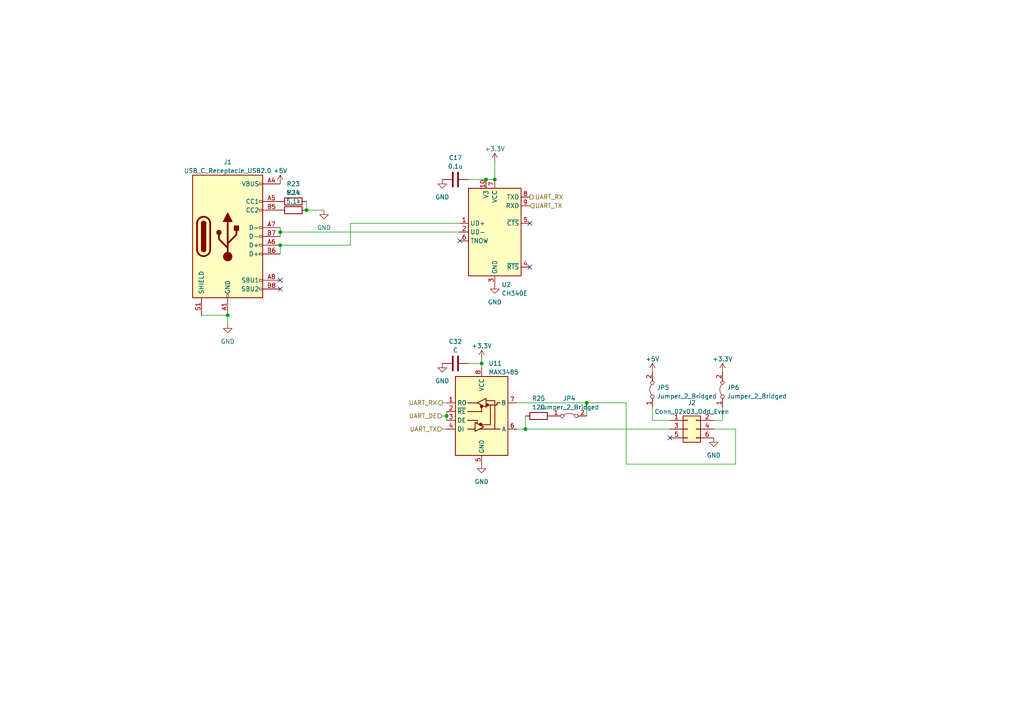
<source format=kicad_sch>
(kicad_sch (version 20230121) (generator eeschema)
  (paper "A4")
  (lib_symbols
    (symbol "Connector:USB_C_Receptacle_USB2.0" (pin_names (offset 1.016))
      (property "Reference" "J" (at -10.16 19.05 0))
      (property "Value" "USB_C_Receptacle_USB2.0" (at 19.05 19.05 0))
      (symbol "USB_C_Receptacle_USB2.0_0_0"
        (rectangle (start -0.254 -17.78) (end 0.254 -16.764))
        (rectangle (start 10.16 -14.986) (end 9.144 -15.494))
        (rectangle (start 10.16 -12.446) (end 9.144 -12.954))
        (rectangle (start 10.16 -4.826) (end 9.144 -5.334))
        (rectangle (start 10.16 -2.286) (end 9.144 -2.794))
        (rectangle (start 10.16 0.254) (end 9.144 -0.254))
        (rectangle (start 10.16 2.794) (end 9.144 2.286))
        (rectangle (start 10.16 7.874) (end 9.144 7.366))
        (rectangle (start 10.16 10.414) (end 9.144 9.906))
        (rectangle (start 10.16 15.494) (end 9.144 14.986))
      )
      (symbol "USB_C_Receptacle_USB2.0_0_1"
        (rectangle (start -10.16 17.78) (end 10.16 -17.78) (stroke (width 0.254)) (fill (type background)))
        (arc (start -8.89 -3.81) (mid -6.985 -5.7067) (end -5.08 -3.81) (stroke (width 0.508)))
        (arc (start -7.62 -3.81) (mid -6.985 -4.4423) (end -6.35 -3.81) (stroke (width 0.254)))
        (arc (start -7.62 -3.81) (mid -6.985 -4.4423) (end -6.35 -3.81) (stroke (width 0.254)) (fill (type outline)))
        (rectangle (start -7.62 -3.81) (end -6.35 3.81) (stroke (width 0.254)) (fill (type outline)))
        (arc (start -6.35 3.81) (mid -6.985 4.4423) (end -7.62 3.81) (stroke (width 0.254)))
        (arc (start -6.35 3.81) (mid -6.985 4.4423) (end -7.62 3.81) (stroke (width 0.254)) (fill (type outline)))
        (arc (start -5.08 3.81) (mid -6.985 5.7067) (end -8.89 3.81) (stroke (width 0.508)))
        (circle (center -2.54 1.143) (radius 0.635) (stroke (width 0.254)) (fill (type outline)))
        (circle (center 0 -5.842) (radius 1.27) (fill (type outline)))
        (polyline (pts (xy -8.89 -3.81) (xy -8.89 3.81)) (stroke (width 0.508)))
        (polyline (pts (xy -5.08 3.81) (xy -5.08 -3.81)) (stroke (width 0.508)))
        (polyline (pts (xy 0 -5.842) (xy 0 4.318)) (stroke (width 0.508)))
        (polyline (pts (xy 0 -3.302) (xy -2.54 -0.762) (xy -2.54 0.508)) (stroke (width 0.508)))
        (polyline (pts (xy 0 -2.032) (xy 2.54 0.508) (xy 2.54 1.778)) (stroke (width 0.508)))
        (polyline (pts (xy -1.27 4.318) (xy 0 6.858) (xy 1.27 4.318) (xy -1.27 4.318)) (stroke (width 0.254)) (fill (type outline)))
        (rectangle (start 1.905 1.778) (end 3.175 3.048) (stroke (width 0.254)) (fill (type outline)))
      )
      (symbol "USB_C_Receptacle_USB2.0_1_1"
        (pin passive line (at 0 -22.86 90) (length 5.08) (name "GND") (number "A1"))
        (pin passive line (at 0 -22.86 90) (length 5.08) hide (name "GND") (number "A12"))
        (pin passive line (at 15.24 15.24 180) (length 5.08) (name "VBUS") (number "A4"))
        (pin bidirectional line (at 15.24 10.16 180) (length 5.08) (name "CC1") (number "A5"))
        (pin bidirectional line (at 15.24 -2.54 180) (length 5.08) (name "D+") (number "A6"))
        (pin bidirectional line (at 15.24 2.54 180) (length 5.08) (name "D-") (number "A7"))
        (pin bidirectional line (at 15.24 -12.7 180) (length 5.08) (name "SBU1") (number "A8"))
        (pin passive line (at 15.24 15.24 180) (length 5.08) hide (name "VBUS") (number "A9"))
        (pin passive line (at 0 -22.86 90) (length 5.08) hide (name "GND") (number "B1"))
        (pin passive line (at 0 -22.86 90) (length 5.08) hide (name "GND") (number "B12"))
        (pin passive line (at 15.24 15.24 180) (length 5.08) hide (name "VBUS") (number "B4"))
        (pin bidirectional line (at 15.24 7.62 180) (length 5.08) (name "CC2") (number "B5"))
        (pin bidirectional line (at 15.24 -5.08 180) (length 5.08) (name "D+") (number "B6"))
        (pin bidirectional line (at 15.24 0 180) (length 5.08) (name "D-") (number "B7"))
        (pin bidirectional line (at 15.24 -15.24 180) (length 5.08) (name "SBU2") (number "B8"))
        (pin passive line (at 15.24 15.24 180) (length 5.08) hide (name "VBUS") (number "B9"))
        (pin passive line (at -7.62 -22.86 90) (length 5.08) (name "SHIELD") (number "S1"))
      )
    )
    (symbol "Connector_Generic:Conn_02x03_Odd_Even" (pin_names (offset 1.016) hide)
      (property "Reference" "J" (at 1.27 5.08 0))
      (property "Value" "Conn_02x03_Odd_Even" (at 1.27 -5.08 0))
      (symbol "Conn_02x03_Odd_Even_1_1"
        (rectangle (start -1.27 -2.413) (end 0 -2.667) (stroke (width 0.1524)))
        (rectangle (start -1.27 0.127) (end 0 -0.127) (stroke (width 0.1524)))
        (rectangle (start -1.27 2.667) (end 0 2.413) (stroke (width 0.1524)))
        (rectangle (start -1.27 3.81) (end 3.81 -3.81) (stroke (width 0.254)) (fill (type background)))
        (rectangle (start 3.81 -2.413) (end 2.54 -2.667) (stroke (width 0.1524)))
        (rectangle (start 3.81 0.127) (end 2.54 -0.127) (stroke (width 0.1524)))
        (rectangle (start 3.81 2.667) (end 2.54 2.413) (stroke (width 0.1524)))
        (pin passive line (at -5.08 2.54 0) (length 3.81) (name "Pin_1") (number "1"))
        (pin passive line (at 7.62 2.54 180) (length 3.81) (name "Pin_2") (number "2"))
        (pin passive line (at -5.08 0 0) (length 3.81) (name "Pin_3") (number "3"))
        (pin passive line (at 7.62 0 180) (length 3.81) (name "Pin_4") (number "4"))
        (pin passive line (at -5.08 -2.54 0) (length 3.81) (name "Pin_5") (number "5"))
        (pin passive line (at 7.62 -2.54 180) (length 3.81) (name "Pin_6") (number "6"))
      )
    )
    (symbol "Device:C" (pin_numbers hide) (pin_names (offset 0.254))
      (property "Reference" "C" (at 0.635 2.54 0))
      (property "Value" "C" (at 0.635 -2.54 0))
      (symbol "C_0_1"
        (polyline (pts (xy -2.032 -0.762) (xy 2.032 -0.762)) (stroke (width 0.508)))
        (polyline (pts (xy -2.032 0.762) (xy 2.032 0.762)) (stroke (width 0.508)))
      )
      (symbol "C_1_1"
        (pin passive line (at 0 3.81 270) (length 2.794) (name "~") (number "1"))
        (pin passive line (at 0 -3.81 90) (length 2.794) (name "~") (number "2"))
      )
    )
    (symbol "Device:R" (pin_numbers hide) (pin_names (offset 0))
      (property "Reference" "R" (at 2.032 0 90))
      (property "Value" "R" (at 0 0 90))
      (symbol "R_0_1"
        (rectangle (start -1.016 -2.54) (end 1.016 2.54) (stroke (width 0.254)))
      )
      (symbol "R_1_1"
        (pin passive line (at 0 3.81 270) (length 1.27) (name "~") (number "1"))
        (pin passive line (at 0 -3.81 90) (length 1.27) (name "~") (number "2"))
      )
    )
    (symbol "Interface_UART:MAX3485"
      (property "Reference" "U" (at -6.096 11.43 0))
      (property "Value" "MAX3485" (at 0.762 11.43 0))
      (symbol "MAX3485_0_1"
        (rectangle (start -7.62 10.16) (end 7.62 -12.7) (stroke (width 0.254)) (fill (type background)))
        (circle (center -0.3048 -3.683) (radius 0.3556) (stroke (width 0.254)) (fill (type outline)))
        (circle (center -0.0254 1.4986) (radius 0.3556) (stroke (width 0.254)) (fill (type outline)))
        (polyline (pts (xy -4.064 -5.08) (xy -1.905 -5.08)) (stroke (width 0.254)))
        (polyline (pts (xy -4.064 2.54) (xy -1.27 2.54)) (stroke (width 0.254)))
        (polyline (pts (xy -1.27 -3.2004) (xy -1.27 -3.4544)) (stroke (width 0.254)))
        (polyline (pts (xy -0.635 -5.08) (xy 5.334 -5.08)) (stroke (width 0.254)))
        (polyline (pts (xy -4.064 -2.54) (xy -1.27 -2.54) (xy -1.27 -3.175)) (stroke (width 0.254)))
        (polyline (pts (xy 0 1.27) (xy 0 0) (xy -4.064 0)) (stroke (width 0.254)))
        (polyline (pts (xy 1.27 3.175) (xy 3.81 3.175) (xy 3.81 -5.08)) (stroke (width 0.254)))
        (polyline (pts (xy 2.54 1.905) (xy 2.54 -3.81) (xy 0 -3.81)) (stroke (width 0.254)))
        (polyline (pts (xy -1.905 -3.175) (xy -1.905 -5.715) (xy 0.635 -4.445) (xy -1.905 -3.175)) (stroke (width 0.254)))
        (polyline (pts (xy -1.27 2.54) (xy 1.27 3.81) (xy 1.27 1.27) (xy -1.27 2.54)) (stroke (width 0.254)))
        (polyline (pts (xy 1.905 1.905) (xy 4.445 1.905) (xy 4.445 2.54) (xy 5.334 2.54)) (stroke (width 0.254)))
        (rectangle (start 1.27 3.175) (end 1.27 3.175))
        (circle (center 1.651 1.905) (radius 0.3556) (stroke (width 0.254)) (fill (type outline)))
      )
      (symbol "MAX3485_1_1"
        (pin output line (at -10.16 2.54 0) (length 2.54) (name "RO") (number "1"))
        (pin input line (at -10.16 0 0) (length 2.54) (name "~{RE}") (number "2"))
        (pin input line (at -10.16 -2.54 0) (length 2.54) (name "DE") (number "3"))
        (pin input line (at -10.16 -5.08 0) (length 2.54) (name "DI") (number "4"))
        (pin power_in line (at 0 -15.24 90) (length 2.54) (name "GND") (number "5"))
        (pin bidirectional line (at 10.16 -5.08 180) (length 2.54) (name "A") (number "6"))
        (pin bidirectional line (at 10.16 2.54 180) (length 2.54) (name "B") (number "7"))
        (pin power_in line (at 0 12.7 270) (length 2.54) (name "VCC") (number "8"))
      )
    )
    (symbol "Interface_USB:CH340E"
      (property "Reference" "U" (at -5.08 13.97 0))
      (property "Value" "CH340E" (at 1.27 13.97 0))
      (symbol "CH340E_0_1"
        (rectangle (start -7.62 12.7) (end 7.62 -12.7) (stroke (width 0.254)) (fill (type background)))
      )
      (symbol "CH340E_1_1"
        (pin bidirectional line (at -10.16 2.54 0) (length 2.54) (name "UD+") (number "1"))
        (pin passive line (at -2.54 15.24 270) (length 2.54) (name "V3") (number "10"))
        (pin bidirectional line (at -10.16 0 0) (length 2.54) (name "UD-") (number "2"))
        (pin power_in line (at 0 -15.24 90) (length 2.54) (name "GND") (number "3"))
        (pin output line (at 10.16 -10.16 180) (length 2.54) (name "~{RTS}") (number "4"))
        (pin input line (at 10.16 2.54 180) (length 2.54) (name "~{CTS}") (number "5"))
        (pin output line (at -10.16 -2.54 0) (length 2.54) (name "TNOW") (number "6"))
        (pin power_in line (at 0 15.24 270) (length 2.54) (name "VCC") (number "7"))
        (pin output line (at 10.16 10.16 180) (length 2.54) (name "TXD") (number "8"))
        (pin input line (at 10.16 7.62 180) (length 2.54) (name "RXD") (number "9"))
      )
    )
    (symbol "Jumper:Jumper_2_Bridged" (pin_names (offset 0) hide)
      (property "Reference" "JP" (at 0 1.905 0))
      (property "Value" "Jumper_2_Bridged" (at 0 -2.54 0))
      (symbol "Jumper_2_Bridged_0_0"
        (circle (center -2.032 0) (radius 0.508))
        (circle (center 2.032 0) (radius 0.508))
      )
      (symbol "Jumper_2_Bridged_0_1"
        (arc (start 1.524 0.254) (mid 0 0.762) (end -1.524 0.254))
      )
      (symbol "Jumper_2_Bridged_1_1"
        (pin passive line (at -5.08 0 0) (length 2.54) (name "A") (number "1"))
        (pin passive line (at 5.08 0 180) (length 2.54) (name "B") (number "2"))
      )
    )
    (symbol "power:+3.3V" (power) (pin_names (offset 0))
      (property "Value" "+3.3V" (at 0 3.556 0))
      (symbol "+3.3V_0_1"
        (polyline (pts (xy -0.762 1.27) (xy 0 2.54)))
        (polyline (pts (xy 0 0) (xy 0 2.54)))
        (polyline (pts (xy 0 2.54) (xy 0.762 1.27)))
      )
      (symbol "+3.3V_1_1"
        (pin power_in line (at 0 0 90) (length 0) hide (name "+3.3V") (number "1"))
      )
    )
    (symbol "power:+5V" (power) (pin_names (offset 0))
      (property "Value" "+5V" (at 0 3.556 0))
      (symbol "+5V_0_1"
        (polyline (pts (xy -0.762 1.27) (xy 0 2.54)))
        (polyline (pts (xy 0 0) (xy 0 2.54)))
        (polyline (pts (xy 0 2.54) (xy 0.762 1.27)))
      )
      (symbol "+5V_1_1"
        (pin power_in line (at 0 0 90) (length 0) hide (name "+5V") (number "1"))
      )
    )
    (symbol "power:GND" (power) (pin_names (offset 0))
      (property "Value" "GND" (at 0 -3.81 0))
      (symbol "GND_0_1"
        (polyline (pts (xy 0 0) (xy 0 -1.27) (xy 1.27 -1.27) (xy 0 -2.54) (xy -1.27 -1.27) (xy 0 -1.27)))
      )
      (symbol "GND_1_1"
        (pin power_in line (at 0 0 270) (length 0) hide (name "GND") (number "1"))
      )
    )
  )
  (junction (at 140.97 52.07))
  (junction (at 81.28 67.31))
  (junction (at 143.51 52.07))
  (junction (at 152.4 124.46))
  (junction (at 170.18 116.84))
  (junction (at 88.9 60.96))
  (junction (at 81.28 71.12))
  (junction (at 129.54 120.65))
  (junction (at 66.04 91.44))
  (junction (at 139.7 105.41))
  (no_connect (at 81.28 81.28))
  (no_connect (at 81.28 83.82))
  (no_connect (at 133.35 69.85))
  (no_connect (at 153.67 64.77))
  (no_connect (at 194.31 127))
  (no_connect (at 153.67 77.47))
  (wire (pts (xy 209.55 121.92) (xy 207.01 121.92)))
  (wire (pts (xy 135.89 105.41) (xy 139.7 105.41)))
  (wire (pts (xy 149.86 124.46) (xy 152.4 124.46)))
  (wire (pts (xy 207.01 124.46) (xy 213.36 124.46)))
  (wire (pts (xy 81.28 67.31) (xy 81.28 68.58)))
  (wire (pts (xy 135.89 52.07) (xy 140.97 52.07)))
  (wire (pts (xy 181.61 134.62) (xy 181.61 116.84)))
  (wire (pts (xy 170.18 116.84) (xy 170.18 120.65)))
  (wire (pts (xy 213.36 134.62) (xy 181.61 134.62)))
  (wire (pts (xy 88.9 60.96) (xy 93.98 60.96)))
  (wire (pts (xy 143.51 46.99) (xy 143.51 52.07)))
  (wire (pts (xy 152.4 120.65) (xy 152.4 124.46)))
  (wire (pts (xy 139.7 105.41) (xy 139.7 106.68)))
  (wire (pts (xy 128.27 116.84) (xy 129.54 116.84)))
  (wire (pts (xy 88.9 58.42) (xy 88.9 60.96)))
  (wire (pts (xy 66.04 91.44) (xy 66.04 93.98)))
  (wire (pts (xy 81.28 67.31) (xy 133.35 67.31)))
  (wire (pts (xy 213.36 124.46) (xy 213.36 134.62)))
  (wire (pts (xy 101.6 71.12) (xy 101.6 64.77)))
  (wire (pts (xy 140.97 52.07) (xy 143.51 52.07)))
  (wire (pts (xy 149.86 116.84) (xy 170.18 116.84)))
  (wire (pts (xy 101.6 64.77) (xy 133.35 64.77)))
  (wire (pts (xy 129.54 120.65) (xy 129.54 121.92)))
  (wire (pts (xy 81.28 71.12) (xy 81.28 73.66)))
  (wire (pts (xy 129.54 119.38) (xy 129.54 120.65)))
  (wire (pts (xy 189.23 121.92) (xy 194.31 121.92)))
  (wire (pts (xy 81.28 66.04) (xy 81.28 67.31)))
  (wire (pts (xy 189.23 118.11) (xy 189.23 121.92)))
  (wire (pts (xy 170.18 116.84) (xy 181.61 116.84)))
  (wire (pts (xy 58.42 91.44) (xy 66.04 91.44)))
  (wire (pts (xy 81.28 71.12) (xy 101.6 71.12)))
  (wire (pts (xy 139.7 104.14) (xy 139.7 105.41)))
  (wire (pts (xy 152.4 124.46) (xy 194.31 124.46)))
  (wire (pts (xy 128.27 124.46) (xy 129.54 124.46)))
  (wire (pts (xy 209.55 118.11) (xy 209.55 121.92)))
  (wire (pts (xy 128.27 120.65) (xy 129.54 120.65)))
  (hierarchical_label "UART_TX" (shape input) (at 153.67 59.69 0))
  (hierarchical_label "UART_DE" (shape input) (at 128.27 120.65 180))
  (hierarchical_label "UART_RX" (shape output) (at 128.27 116.84 180))
  (hierarchical_label "UART_RX" (shape output) (at 153.67 57.15 0))
  (hierarchical_label "UART_TX" (shape input) (at 128.27 124.46 180))
  (symbol (lib_id "power:+3.3V") (at 143.51 46.99 0) (unit 1)
    (property "Reference" "#PWR032" (effects hide))
    (property "Value" "+3.3V" (at 143.51 43.18 0))
    (instances (project "pcb_motor_driver" (path "" (reference "#PWR032") (unit 1)) (path "" (reference "#PWR072") (unit 1))))
  )
  (symbol (lib_id "Jumper:Jumper_2_Bridged") (at 189.23 113.03 90) (unit 1)
    (property "Reference" "JP5" (at 190.5 112.395 90) (effects (justify right)))
    (property "Value" "Jumper_2_Bridged" (at 190.5 114.935 90) (effects (justify right)))
    (property "Footprint" "Jumper:SolderJumper-2_P1.3mm_Open_TrianglePad1.0x1.5mm" (effects hide))
  )
  (symbol (lib_id "power:GND") (at 139.7 134.62 0) (unit 1)
    (property "Reference" "#PWR071" (effects hide))
    (property "Value" "GND" (at 139.7 139.7 0))
  )
  (symbol (lib_id "power:GND") (at 207.01 127 0) (unit 1)
    (property "Reference" "#PWR075" (effects hide))
    (property "Value" "GND" (at 207.01 132.08 0))
  )
  (symbol (lib_id "power:+3.3V") (at 139.7 104.14 0) (unit 1)
    (property "Reference" "#PWR070" (effects hide))
    (property "Value" "+3.3V" (at 139.7 100.33 0))
  )
  (symbol (lib_id "power:+5V") (at 81.28 53.34 0) (unit 1)
    (property "Reference" "#PWR066" (effects hide))
    (property "Value" "+5V" (at 81.28 49.53 0))
  )
  (symbol (lib_id "Jumper:Jumper_2_Bridged") (at 209.55 113.03 90) (unit 1)
    (property "Reference" "JP6" (at 210.82 112.395 90) (effects (justify right)))
    (property "Value" "Jumper_2_Bridged" (at 210.82 114.935 90) (effects (justify right)))
    (property "Footprint" "Jumper:SolderJumper-2_P1.3mm_Open_TrianglePad1.0x1.5mm" (effects hide))
  )
  (symbol (lib_id "power:+5V") (at 189.23 107.95 0) (unit 1)
    (property "Reference" "#PWR074" (effects hide))
    (property "Value" "+5V" (at 189.23 104.14 0))
  )
  (symbol (lib_id "Connector:USB_C_Receptacle_USB2.0") (at 66.04 68.58 0) (unit 1)
    (property "Reference" "J1" (at 66.04 46.99 0))
    (property "Value" "USB_C_Receptacle_USB2.0" (at 66.04 49.53 0))
    (property "Footprint" "Connector_USB:USB_C_Receptacle_XKB_U262-16XN-4BVC11" (effects hide))
    (property "Datasheet" "https://www.usb.org/sites/default/files/documents/usb_type-c.zip" (effects hide))
  )
  (symbol (lib_id "Interface_UART:MAX3485") (at 139.7 119.38 0) (unit 1)
    (property "Reference" "U11" (at 141.6559 105.41 0) (effects (justify left)))
    (property "Value" "MAX3485" (at 141.6559 107.95 0) (effects (justify left)))
    (property "Footprint" "Package_SO:SOIC-8_3.9x4.9mm_P1.27mm" (effects hide))
    (property "Datasheet" "https://datasheets.maximintegrated.com/en/ds/MAX3483-MAX3491.pdf" (effects hide))
    (instances (project "pcb_motor_driver" (path "" (reference "U11") (unit 1)) (path "" (reference "U10") (unit 1))))
  )
  (symbol (lib_id "Device:R") (at 85.09 58.42 90) (unit 1)
    (property "Reference" "R23" (at 85.09 53.34 90))
    (property "Value" "5.1k" (at 85.09 55.88 90))
    (property "Footprint" "Resistor_SMD:R_0603_1608Metric_Pad0.98x0.95mm_HandSolder" (effects hide))
  )
  (symbol (lib_id "power:+3.3V") (at 209.55 107.95 0) (unit 1)
    (property "Reference" "#PWR076" (effects hide))
    (property "Value" "+3.3V" (at 209.55 104.14 0))
  )
  (symbol (lib_id "Device:C") (at 132.08 105.41 90) (unit 1)
    (property "Reference" "C32" (at 132.08 99.06 90))
    (property "Value" "C" (at 132.08 101.6 90))
    (property "Footprint" "Capacitor_SMD:C_0603_1608Metric_Pad1.08x0.95mm_HandSolder" (effects hide))
  )
  (symbol (lib_id "Device:R") (at 156.21 120.65 90) (unit 1)
    (property "Reference" "R25" (at 156.21 115.57 90))
    (property "Value" "120" (at 156.21 118.11 90))
    (property "Footprint" "Resistor_SMD:R_0603_1608Metric_Pad0.98x0.95mm_HandSolder" (effects hide))
  )
  (symbol (lib_id "Device:R") (at 85.09 60.96 90) (unit 1)
    (property "Reference" "R24" (at 85.09 55.88 90))
    (property "Value" "5.1k" (at 85.09 58.42 90))
    (property "Footprint" "Resistor_SMD:R_0603_1608Metric_Pad0.98x0.95mm_HandSolder" (effects hide))
  )
  (symbol (lib_id "power:GND") (at 128.27 52.07 0) (unit 1)
    (property "Reference" "#PWR033" (effects hide))
    (property "Value" "GND" (at 128.27 57.15 0))
    (instances (project "pcb_motor_driver" (path "" (reference "#PWR033") (unit 1)) (path "" (reference "#PWR068") (unit 1))))
  )
  (symbol (lib_id "power:GND") (at 93.98 60.96 0) (unit 1)
    (property "Reference" "#PWR067" (effects hide))
    (property "Value" "GND" (at 93.98 66.04 0))
  )
  (symbol (lib_id "power:GND") (at 143.51 82.55 0) (unit 1)
    (property "Reference" "#PWR031" (effects hide))
    (property "Value" "GND" (at 143.51 87.63 0))
    (instances (project "pcb_motor_driver" (path "" (reference "#PWR031") (unit 1)) (path "" (reference "#PWR073") (unit 1))))
  )
  (symbol (lib_id "Device:C") (at 132.08 52.07 90) (unit 1)
    (property "Reference" "C17" (at 132.08 45.72 90))
    (property "Value" "0.1u" (at 132.08 48.26 90))
    (property "Footprint" "Capacitor_SMD:C_0603_1608Metric_Pad1.08x0.95mm_HandSolder" (effects hide))
    (instances (project "pcb_motor_driver" (path "" (reference "C17") (unit 1)) (path "" (reference "C31") (unit 1))))
  )
  (symbol (lib_id "Jumper:Jumper_2_Bridged") (at 165.1 120.65 0) (unit 1)
    (property "Reference" "JP4" (at 165.1 115.57 0))
    (property "Value" "Jumper_2_Bridged" (at 165.1 118.11 0))
    (property "Footprint" "Jumper:SolderJumper-2_P1.3mm_Open_TrianglePad1.0x1.5mm" (effects hide))
  )
  (symbol (lib_id "power:GND") (at 128.27 105.41 0) (unit 1)
    (property "Reference" "#PWR069" (effects hide))
    (property "Value" "GND" (at 128.27 110.49 0))
  )
  (symbol (lib_id "Interface_USB:CH340E") (at 143.51 67.31 0) (unit 1)
    (property "Reference" "U2" (at 145.4659 82.55 0) (effects (justify left)))
    (property "Value" "CH340E" (at 145.4659 85.09 0) (effects (justify left)))
    (property "Footprint" "Package_SO:MSOP-10_3x3mm_P0.5mm" (effects hide))
    (property "Datasheet" "https://www.mpja.com/download/35227cpdata.pdf" (effects hide))
    (instances (project "pcb_motor_driver" (path "" (reference "U2") (unit 1)) (path "" (reference "U11") (unit 1))))
  )
  (symbol (lib_id "power:GND") (at 66.04 93.98 0) (unit 1)
    (property "Reference" "#PWR065" (effects hide))
    (property "Value" "GND" (at 66.04 99.06 0))
  )
  (symbol (lib_id "Connector_Generic:Conn_02x03_Odd_Even") (at 199.39 124.46 0) (unit 1)
    (property "Reference" "J2" (at 200.66 116.84 0))
    (property "Value" "Conn_02x03_Odd_Even" (at 200.66 119.38 0))
    (property "Footprint" "Connector_IDC:IDC-Header_2x03_P2.54mm_Horizontal" (effects hide))
  )
)
</source>
